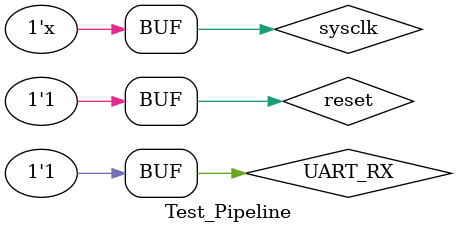
<source format=v>
module Test_Pipeline;
reg reset,sysclk;
reg UART_RX;
wire [6:0] digi1, digi2, digi3, digi4;
wire [7:0] led;
wire UART_TX;
initial 
begin    
	reset <= 0;
	#1 reset <= 1;
	sysclk <=0;
	UART_RX <= 1;
	#100000	
	UART_RX <= 0;   
	#104166 UART_RX <= 0;   
	#104166 UART_RX <= 0;  
	#104166 UART_RX <= 0;    
	#104166 UART_RX <= 1;    
	#104166 UART_RX <= 1;   
	#104166 UART_RX <= 0;    
	#104166 UART_RX <= 0;    
	#104166 UART_RX <= 0;
	#104166 UART_RX<=1;
	//24
	
	#104166 UART_RX <= 0; 
	
	#104166 UART_RX <= 0;   
	#104166 UART_RX <= 0;  
	#104166 UART_RX <= 0;    
	#104166 UART_RX <= 1;    
	#104166 UART_RX <= 1;   
	#104166 UART_RX <= 1;    
	#104166 UART_RX <= 1;    
	#104166 UART_RX <= 0;
	#104166 UART_RX<=1; 
	//120

	
end
always
begin
	#10 sysclk=~sysclk;
end
Pipeline ZY1(reset,sysclk, led, switch, digi1, digi2, digi3, digi4, UART_RX, UART_TX);
endmodule
</source>
